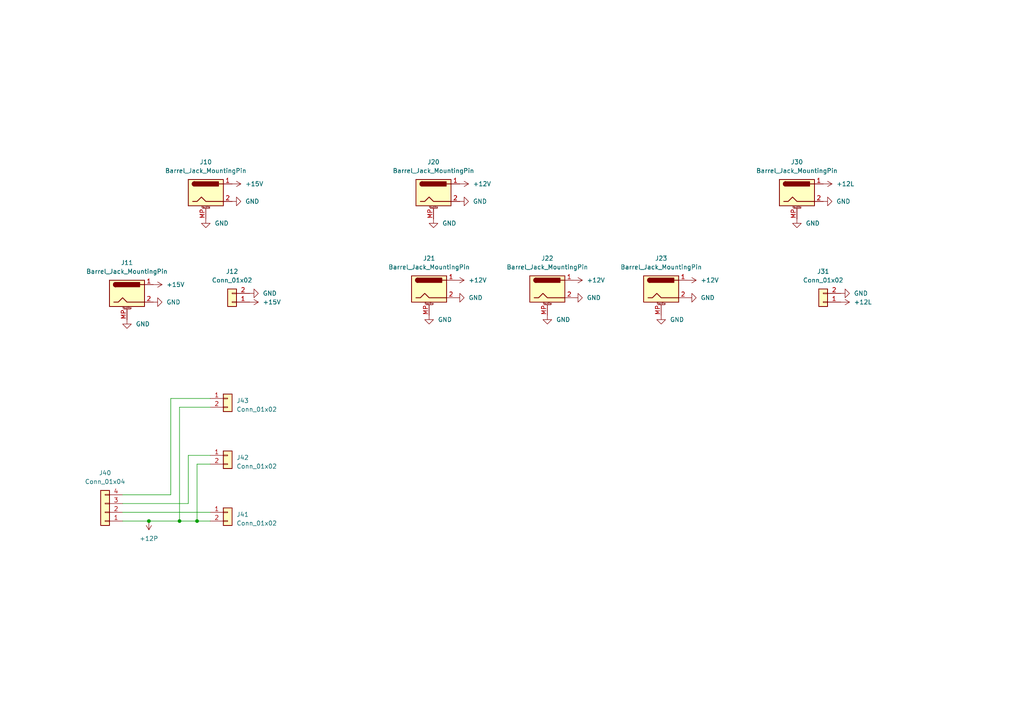
<source format=kicad_sch>
(kicad_sch (version 20230121) (generator eeschema)

  (uuid 9c028dee-44a3-42b9-a0d8-1c0124fcc7e3)

  (paper "A4")

  (lib_symbols
    (symbol "Connector:Barrel_Jack_MountingPin" (pin_names hide) (in_bom yes) (on_board yes)
      (property "Reference" "J" (at 0 5.334 0)
        (effects (font (size 1.27 1.27)))
      )
      (property "Value" "Barrel_Jack_MountingPin" (at 1.27 -6.35 0)
        (effects (font (size 1.27 1.27)) (justify left))
      )
      (property "Footprint" "" (at 1.27 -1.016 0)
        (effects (font (size 1.27 1.27)) hide)
      )
      (property "Datasheet" "~" (at 1.27 -1.016 0)
        (effects (font (size 1.27 1.27)) hide)
      )
      (property "ki_keywords" "DC power barrel jack connector" (at 0 0 0)
        (effects (font (size 1.27 1.27)) hide)
      )
      (property "ki_description" "DC Barrel Jack with a mounting pin" (at 0 0 0)
        (effects (font (size 1.27 1.27)) hide)
      )
      (property "ki_fp_filters" "BarrelJack*" (at 0 0 0)
        (effects (font (size 1.27 1.27)) hide)
      )
      (symbol "Barrel_Jack_MountingPin_0_1"
        (rectangle (start -5.08 3.81) (end 5.08 -3.81)
          (stroke (width 0.254) (type default))
          (fill (type background))
        )
        (arc (start -3.302 3.175) (mid -3.9343 2.54) (end -3.302 1.905)
          (stroke (width 0.254) (type default))
          (fill (type none))
        )
        (arc (start -3.302 3.175) (mid -3.9343 2.54) (end -3.302 1.905)
          (stroke (width 0.254) (type default))
          (fill (type outline))
        )
        (polyline
          (pts
            (xy 5.08 2.54)
            (xy 3.81 2.54)
          )
          (stroke (width 0.254) (type default))
          (fill (type none))
        )
        (polyline
          (pts
            (xy -3.81 -2.54)
            (xy -2.54 -2.54)
            (xy -1.27 -1.27)
            (xy 0 -2.54)
            (xy 2.54 -2.54)
            (xy 5.08 -2.54)
          )
          (stroke (width 0.254) (type default))
          (fill (type none))
        )
        (rectangle (start 3.683 3.175) (end -3.302 1.905)
          (stroke (width 0.254) (type default))
          (fill (type outline))
        )
      )
      (symbol "Barrel_Jack_MountingPin_1_1"
        (polyline
          (pts
            (xy -1.016 -4.572)
            (xy 1.016 -4.572)
          )
          (stroke (width 0.1524) (type default))
          (fill (type none))
        )
        (text "Mounting" (at 0 -4.191 0)
          (effects (font (size 0.381 0.381)))
        )
        (pin passive line (at 7.62 2.54 180) (length 2.54)
          (name "~" (effects (font (size 1.27 1.27))))
          (number "1" (effects (font (size 1.27 1.27))))
        )
        (pin passive line (at 7.62 -2.54 180) (length 2.54)
          (name "~" (effects (font (size 1.27 1.27))))
          (number "2" (effects (font (size 1.27 1.27))))
        )
        (pin passive line (at 0 -7.62 90) (length 3.048)
          (name "MountPin" (effects (font (size 1.27 1.27))))
          (number "MP" (effects (font (size 1.27 1.27))))
        )
      )
    )
    (symbol "Connector_Generic:Conn_01x02" (pin_names (offset 1.016) hide) (in_bom yes) (on_board yes)
      (property "Reference" "J" (at 0 2.54 0)
        (effects (font (size 1.27 1.27)))
      )
      (property "Value" "Conn_01x02" (at 0 -5.08 0)
        (effects (font (size 1.27 1.27)))
      )
      (property "Footprint" "" (at 0 0 0)
        (effects (font (size 1.27 1.27)) hide)
      )
      (property "Datasheet" "~" (at 0 0 0)
        (effects (font (size 1.27 1.27)) hide)
      )
      (property "ki_keywords" "connector" (at 0 0 0)
        (effects (font (size 1.27 1.27)) hide)
      )
      (property "ki_description" "Generic connector, single row, 01x02, script generated (kicad-library-utils/schlib/autogen/connector/)" (at 0 0 0)
        (effects (font (size 1.27 1.27)) hide)
      )
      (property "ki_fp_filters" "Connector*:*_1x??_*" (at 0 0 0)
        (effects (font (size 1.27 1.27)) hide)
      )
      (symbol "Conn_01x02_1_1"
        (rectangle (start -1.27 -2.413) (end 0 -2.667)
          (stroke (width 0.1524) (type default))
          (fill (type none))
        )
        (rectangle (start -1.27 0.127) (end 0 -0.127)
          (stroke (width 0.1524) (type default))
          (fill (type none))
        )
        (rectangle (start -1.27 1.27) (end 1.27 -3.81)
          (stroke (width 0.254) (type default))
          (fill (type background))
        )
        (pin passive line (at -5.08 0 0) (length 3.81)
          (name "Pin_1" (effects (font (size 1.27 1.27))))
          (number "1" (effects (font (size 1.27 1.27))))
        )
        (pin passive line (at -5.08 -2.54 0) (length 3.81)
          (name "Pin_2" (effects (font (size 1.27 1.27))))
          (number "2" (effects (font (size 1.27 1.27))))
        )
      )
    )
    (symbol "Connector_Generic:Conn_01x04" (pin_names (offset 1.016) hide) (in_bom yes) (on_board yes)
      (property "Reference" "J" (at 0 5.08 0)
        (effects (font (size 1.27 1.27)))
      )
      (property "Value" "Conn_01x04" (at 0 -7.62 0)
        (effects (font (size 1.27 1.27)))
      )
      (property "Footprint" "" (at 0 0 0)
        (effects (font (size 1.27 1.27)) hide)
      )
      (property "Datasheet" "~" (at 0 0 0)
        (effects (font (size 1.27 1.27)) hide)
      )
      (property "ki_keywords" "connector" (at 0 0 0)
        (effects (font (size 1.27 1.27)) hide)
      )
      (property "ki_description" "Generic connector, single row, 01x04, script generated (kicad-library-utils/schlib/autogen/connector/)" (at 0 0 0)
        (effects (font (size 1.27 1.27)) hide)
      )
      (property "ki_fp_filters" "Connector*:*_1x??_*" (at 0 0 0)
        (effects (font (size 1.27 1.27)) hide)
      )
      (symbol "Conn_01x04_1_1"
        (rectangle (start -1.27 -4.953) (end 0 -5.207)
          (stroke (width 0.1524) (type default))
          (fill (type none))
        )
        (rectangle (start -1.27 -2.413) (end 0 -2.667)
          (stroke (width 0.1524) (type default))
          (fill (type none))
        )
        (rectangle (start -1.27 0.127) (end 0 -0.127)
          (stroke (width 0.1524) (type default))
          (fill (type none))
        )
        (rectangle (start -1.27 2.667) (end 0 2.413)
          (stroke (width 0.1524) (type default))
          (fill (type none))
        )
        (rectangle (start -1.27 3.81) (end 1.27 -6.35)
          (stroke (width 0.254) (type default))
          (fill (type background))
        )
        (pin passive line (at -5.08 2.54 0) (length 3.81)
          (name "Pin_1" (effects (font (size 1.27 1.27))))
          (number "1" (effects (font (size 1.27 1.27))))
        )
        (pin passive line (at -5.08 0 0) (length 3.81)
          (name "Pin_2" (effects (font (size 1.27 1.27))))
          (number "2" (effects (font (size 1.27 1.27))))
        )
        (pin passive line (at -5.08 -2.54 0) (length 3.81)
          (name "Pin_3" (effects (font (size 1.27 1.27))))
          (number "3" (effects (font (size 1.27 1.27))))
        )
        (pin passive line (at -5.08 -5.08 0) (length 3.81)
          (name "Pin_4" (effects (font (size 1.27 1.27))))
          (number "4" (effects (font (size 1.27 1.27))))
        )
      )
    )
    (symbol "power:+12L" (power) (pin_names (offset 0)) (in_bom yes) (on_board yes)
      (property "Reference" "#PWR" (at 0 -3.81 0)
        (effects (font (size 1.27 1.27)) hide)
      )
      (property "Value" "+12L" (at 0 3.556 0)
        (effects (font (size 1.27 1.27)))
      )
      (property "Footprint" "" (at 0 0 0)
        (effects (font (size 1.27 1.27)) hide)
      )
      (property "Datasheet" "" (at 0 0 0)
        (effects (font (size 1.27 1.27)) hide)
      )
      (property "ki_keywords" "global power" (at 0 0 0)
        (effects (font (size 1.27 1.27)) hide)
      )
      (property "ki_description" "Power symbol creates a global label with name \"+12L\"" (at 0 0 0)
        (effects (font (size 1.27 1.27)) hide)
      )
      (symbol "+12L_0_1"
        (polyline
          (pts
            (xy -0.762 1.27)
            (xy 0 2.54)
          )
          (stroke (width 0) (type default))
          (fill (type none))
        )
        (polyline
          (pts
            (xy 0 0)
            (xy 0 2.54)
          )
          (stroke (width 0) (type default))
          (fill (type none))
        )
        (polyline
          (pts
            (xy 0 2.54)
            (xy 0.762 1.27)
          )
          (stroke (width 0) (type default))
          (fill (type none))
        )
      )
      (symbol "+12L_1_1"
        (pin power_in line (at 0 0 90) (length 0) hide
          (name "+12L" (effects (font (size 1.27 1.27))))
          (number "1" (effects (font (size 1.27 1.27))))
        )
      )
    )
    (symbol "power:+12P" (power) (pin_names (offset 0)) (in_bom yes) (on_board yes)
      (property "Reference" "#PWR" (at 0 -3.81 0)
        (effects (font (size 1.27 1.27)) hide)
      )
      (property "Value" "+12P" (at 0 3.556 0)
        (effects (font (size 1.27 1.27)))
      )
      (property "Footprint" "" (at 0 0 0)
        (effects (font (size 1.27 1.27)) hide)
      )
      (property "Datasheet" "" (at 0 0 0)
        (effects (font (size 1.27 1.27)) hide)
      )
      (property "ki_keywords" "global power" (at 0 0 0)
        (effects (font (size 1.27 1.27)) hide)
      )
      (property "ki_description" "Power symbol creates a global label with name \"+12P\"" (at 0 0 0)
        (effects (font (size 1.27 1.27)) hide)
      )
      (symbol "+12P_0_1"
        (polyline
          (pts
            (xy -0.762 1.27)
            (xy 0 2.54)
          )
          (stroke (width 0) (type default))
          (fill (type none))
        )
        (polyline
          (pts
            (xy 0 0)
            (xy 0 2.54)
          )
          (stroke (width 0) (type default))
          (fill (type none))
        )
        (polyline
          (pts
            (xy 0 2.54)
            (xy 0.762 1.27)
          )
          (stroke (width 0) (type default))
          (fill (type none))
        )
      )
      (symbol "+12P_1_1"
        (pin power_in line (at 0 0 90) (length 0) hide
          (name "+12P" (effects (font (size 1.27 1.27))))
          (number "1" (effects (font (size 1.27 1.27))))
        )
      )
    )
    (symbol "power:+12V" (power) (pin_names (offset 0)) (in_bom yes) (on_board yes)
      (property "Reference" "#PWR" (at 0 -3.81 0)
        (effects (font (size 1.27 1.27)) hide)
      )
      (property "Value" "+12V" (at 0 3.556 0)
        (effects (font (size 1.27 1.27)))
      )
      (property "Footprint" "" (at 0 0 0)
        (effects (font (size 1.27 1.27)) hide)
      )
      (property "Datasheet" "" (at 0 0 0)
        (effects (font (size 1.27 1.27)) hide)
      )
      (property "ki_keywords" "global power" (at 0 0 0)
        (effects (font (size 1.27 1.27)) hide)
      )
      (property "ki_description" "Power symbol creates a global label with name \"+12V\"" (at 0 0 0)
        (effects (font (size 1.27 1.27)) hide)
      )
      (symbol "+12V_0_1"
        (polyline
          (pts
            (xy -0.762 1.27)
            (xy 0 2.54)
          )
          (stroke (width 0) (type default))
          (fill (type none))
        )
        (polyline
          (pts
            (xy 0 0)
            (xy 0 2.54)
          )
          (stroke (width 0) (type default))
          (fill (type none))
        )
        (polyline
          (pts
            (xy 0 2.54)
            (xy 0.762 1.27)
          )
          (stroke (width 0) (type default))
          (fill (type none))
        )
      )
      (symbol "+12V_1_1"
        (pin power_in line (at 0 0 90) (length 0) hide
          (name "+12V" (effects (font (size 1.27 1.27))))
          (number "1" (effects (font (size 1.27 1.27))))
        )
      )
    )
    (symbol "power:+15V" (power) (pin_names (offset 0)) (in_bom yes) (on_board yes)
      (property "Reference" "#PWR" (at 0 -3.81 0)
        (effects (font (size 1.27 1.27)) hide)
      )
      (property "Value" "+15V" (at 0 3.556 0)
        (effects (font (size 1.27 1.27)))
      )
      (property "Footprint" "" (at 0 0 0)
        (effects (font (size 1.27 1.27)) hide)
      )
      (property "Datasheet" "" (at 0 0 0)
        (effects (font (size 1.27 1.27)) hide)
      )
      (property "ki_keywords" "global power" (at 0 0 0)
        (effects (font (size 1.27 1.27)) hide)
      )
      (property "ki_description" "Power symbol creates a global label with name \"+15V\"" (at 0 0 0)
        (effects (font (size 1.27 1.27)) hide)
      )
      (symbol "+15V_0_1"
        (polyline
          (pts
            (xy -0.762 1.27)
            (xy 0 2.54)
          )
          (stroke (width 0) (type default))
          (fill (type none))
        )
        (polyline
          (pts
            (xy 0 0)
            (xy 0 2.54)
          )
          (stroke (width 0) (type default))
          (fill (type none))
        )
        (polyline
          (pts
            (xy 0 2.54)
            (xy 0.762 1.27)
          )
          (stroke (width 0) (type default))
          (fill (type none))
        )
      )
      (symbol "+15V_1_1"
        (pin power_in line (at 0 0 90) (length 0) hide
          (name "+15V" (effects (font (size 1.27 1.27))))
          (number "1" (effects (font (size 1.27 1.27))))
        )
      )
    )
    (symbol "power:GND" (power) (pin_names (offset 0)) (in_bom yes) (on_board yes)
      (property "Reference" "#PWR" (at 0 -6.35 0)
        (effects (font (size 1.27 1.27)) hide)
      )
      (property "Value" "GND" (at 0 -3.81 0)
        (effects (font (size 1.27 1.27)))
      )
      (property "Footprint" "" (at 0 0 0)
        (effects (font (size 1.27 1.27)) hide)
      )
      (property "Datasheet" "" (at 0 0 0)
        (effects (font (size 1.27 1.27)) hide)
      )
      (property "ki_keywords" "global power" (at 0 0 0)
        (effects (font (size 1.27 1.27)) hide)
      )
      (property "ki_description" "Power symbol creates a global label with name \"GND\" , ground" (at 0 0 0)
        (effects (font (size 1.27 1.27)) hide)
      )
      (symbol "GND_0_1"
        (polyline
          (pts
            (xy 0 0)
            (xy 0 -1.27)
            (xy 1.27 -1.27)
            (xy 0 -2.54)
            (xy -1.27 -1.27)
            (xy 0 -1.27)
          )
          (stroke (width 0) (type default))
          (fill (type none))
        )
      )
      (symbol "GND_1_1"
        (pin power_in line (at 0 0 270) (length 0) hide
          (name "GND" (effects (font (size 1.27 1.27))))
          (number "1" (effects (font (size 1.27 1.27))))
        )
      )
    )
  )

  (junction (at 57.15 151.13) (diameter 0) (color 0 0 0 0)
    (uuid 1d5c3aaa-eab2-4c93-a4a9-f711d2b4585a)
  )
  (junction (at 52.07 151.13) (diameter 0) (color 0 0 0 0)
    (uuid 62c168a4-3d76-4f0e-a204-9c69a3e6c59b)
  )
  (junction (at 43.18 151.13) (diameter 0) (color 0 0 0 0)
    (uuid cd57be91-676e-456f-91e2-f4325be8e573)
  )

  (wire (pts (xy 35.56 148.59) (xy 60.96 148.59))
    (stroke (width 0) (type default))
    (uuid 01b8ae52-0d5d-4357-97cc-71dde5e3f924)
  )
  (wire (pts (xy 49.53 115.57) (xy 60.96 115.57))
    (stroke (width 0) (type default))
    (uuid 09a1686f-7670-4d16-99f9-e5ef8f4dc9df)
  )
  (wire (pts (xy 35.56 146.05) (xy 54.61 146.05))
    (stroke (width 0) (type default))
    (uuid 250420a4-0725-40df-a557-2bf00eced3af)
  )
  (wire (pts (xy 35.56 151.13) (xy 43.18 151.13))
    (stroke (width 0) (type default))
    (uuid 361cddd8-799d-4edc-894e-399b0f39593b)
  )
  (wire (pts (xy 52.07 118.11) (xy 52.07 151.13))
    (stroke (width 0) (type default))
    (uuid 61480901-f52b-48c4-90f0-c367c35f7ffe)
  )
  (wire (pts (xy 54.61 132.08) (xy 60.96 132.08))
    (stroke (width 0) (type default))
    (uuid 660fb1a5-d9b5-4f84-b7cc-696eef46f01a)
  )
  (wire (pts (xy 57.15 134.62) (xy 57.15 151.13))
    (stroke (width 0) (type default))
    (uuid 6de9abb2-9df3-4fa2-b4f6-85d48597f22b)
  )
  (wire (pts (xy 60.96 118.11) (xy 52.07 118.11))
    (stroke (width 0) (type default))
    (uuid 8a30c79b-7c6e-457a-8362-ebf42e395366)
  )
  (wire (pts (xy 54.61 146.05) (xy 54.61 132.08))
    (stroke (width 0) (type default))
    (uuid 8ea432a8-bed9-43b3-b09c-19b82a302bd7)
  )
  (wire (pts (xy 60.96 134.62) (xy 57.15 134.62))
    (stroke (width 0) (type default))
    (uuid a4ce5a23-30d4-47e8-bd1f-84e84b7b1208)
  )
  (wire (pts (xy 35.56 143.51) (xy 49.53 143.51))
    (stroke (width 0) (type default))
    (uuid ba74858d-d293-4bb6-9216-b4e844c63efd)
  )
  (wire (pts (xy 52.07 151.13) (xy 57.15 151.13))
    (stroke (width 0) (type default))
    (uuid c245a2fa-65f3-4059-bf7b-cf473f17b20f)
  )
  (wire (pts (xy 49.53 143.51) (xy 49.53 115.57))
    (stroke (width 0) (type default))
    (uuid c4a446be-4b50-4807-9d2c-a82a703ddbcc)
  )
  (wire (pts (xy 57.15 151.13) (xy 60.96 151.13))
    (stroke (width 0) (type default))
    (uuid f05d1aa7-6460-46e6-8cdc-7498b674df9b)
  )
  (wire (pts (xy 43.18 151.13) (xy 52.07 151.13))
    (stroke (width 0) (type default))
    (uuid f6739ce0-fd09-41fd-aacd-cdd532106493)
  )

  (symbol (lib_id "power:+12P") (at 43.18 151.13 180) (unit 1)
    (in_bom yes) (on_board yes) (dnp no) (fields_autoplaced)
    (uuid 184e502b-b6d7-4597-89d5-f079ca457ca3)
    (property "Reference" "#PWR?" (at 43.18 147.32 0)
      (effects (font (size 1.27 1.27)) hide)
    )
    (property "Value" "+12P" (at 43.18 156.21 0)
      (effects (font (size 1.27 1.27)))
    )
    (property "Footprint" "" (at 43.18 151.13 0)
      (effects (font (size 1.27 1.27)) hide)
    )
    (property "Datasheet" "" (at 43.18 151.13 0)
      (effects (font (size 1.27 1.27)) hide)
    )
    (pin "1" (uuid 6a94350a-33b6-4348-8d5f-4a6908ccc547))
    (instances
      (project "Astro-power"
        (path "/9c028dee-44a3-42b9-a0d8-1c0124fcc7e3"
          (reference "#PWR?") (unit 1)
        )
      )
    )
  )

  (symbol (lib_id "Connector_Generic:Conn_01x02") (at 66.04 148.59 0) (unit 1)
    (in_bom yes) (on_board yes) (dnp no) (fields_autoplaced)
    (uuid 28a07dc3-3b58-4327-bb78-98ea805aad6e)
    (property "Reference" "J41" (at 68.58 149.225 0)
      (effects (font (size 1.27 1.27)) (justify left))
    )
    (property "Value" "Conn_01x02" (at 68.58 151.765 0)
      (effects (font (size 1.27 1.27)) (justify left))
    )
    (property "Footprint" "TeenAstro:Cinch_Vertical" (at 66.04 148.59 0)
      (effects (font (size 1.27 1.27)) hide)
    )
    (property "Datasheet" "~" (at 66.04 148.59 0)
      (effects (font (size 1.27 1.27)) hide)
    )
    (pin "1" (uuid 3cf7890d-07de-4f10-b9fa-da53048d93d5))
    (pin "2" (uuid 39b262e4-e8de-4b75-9098-cd046835c654))
    (instances
      (project "Astro-power"
        (path "/9c028dee-44a3-42b9-a0d8-1c0124fcc7e3"
          (reference "J41") (unit 1)
        )
      )
    )
  )

  (symbol (lib_id "power:+12V") (at 199.39 81.28 270) (unit 1)
    (in_bom yes) (on_board yes) (dnp no) (fields_autoplaced)
    (uuid 2f107817-3e2f-4734-b6cf-233220dac848)
    (property "Reference" "#PWR0120" (at 195.58 81.28 0)
      (effects (font (size 1.27 1.27)) hide)
    )
    (property "Value" "+12V" (at 203.2 81.2799 90)
      (effects (font (size 1.27 1.27)) (justify left))
    )
    (property "Footprint" "" (at 199.39 81.28 0)
      (effects (font (size 1.27 1.27)) hide)
    )
    (property "Datasheet" "" (at 199.39 81.28 0)
      (effects (font (size 1.27 1.27)) hide)
    )
    (pin "1" (uuid 5efd334c-60b1-4cd8-9c55-b4a23a33b82c))
    (instances
      (project "Astro-power"
        (path "/9c028dee-44a3-42b9-a0d8-1c0124fcc7e3"
          (reference "#PWR0120") (unit 1)
        )
      )
    )
  )

  (symbol (lib_id "Connector:Barrel_Jack_MountingPin") (at 59.69 55.88 0) (unit 1)
    (in_bom yes) (on_board yes) (dnp no) (fields_autoplaced)
    (uuid 30876e53-1d25-49aa-afd2-b982efa0a8c3)
    (property "Reference" "J10" (at 59.69 46.99 0)
      (effects (font (size 1.27 1.27)))
    )
    (property "Value" "Barrel_Jack_MountingPin" (at 59.69 49.53 0)
      (effects (font (size 1.27 1.27)))
    )
    (property "Footprint" "TeenAstro:BarrelJack_Vertical" (at 60.96 56.896 0)
      (effects (font (size 1.27 1.27)) hide)
    )
    (property "Datasheet" "~" (at 60.96 56.896 0)
      (effects (font (size 1.27 1.27)) hide)
    )
    (pin "1" (uuid 05e83972-f0e6-47f4-9867-2d191e36f552))
    (pin "2" (uuid 16417750-0175-4e8c-82c1-0380edfffab9))
    (pin "MP" (uuid b1add31d-6e3f-47ce-99c5-e370296c05db))
    (instances
      (project "Astro-power"
        (path "/9c028dee-44a3-42b9-a0d8-1c0124fcc7e3"
          (reference "J10") (unit 1)
        )
      )
    )
  )

  (symbol (lib_id "power:GND") (at 231.14 63.5 0) (unit 1)
    (in_bom yes) (on_board yes) (dnp no) (fields_autoplaced)
    (uuid 3087bc94-b267-4da5-b8aa-6777ce65632c)
    (property "Reference" "#PWR0123" (at 231.14 69.85 0)
      (effects (font (size 1.27 1.27)) hide)
    )
    (property "Value" "GND" (at 233.68 64.7699 0)
      (effects (font (size 1.27 1.27)) (justify left))
    )
    (property "Footprint" "" (at 231.14 63.5 0)
      (effects (font (size 1.27 1.27)) hide)
    )
    (property "Datasheet" "" (at 231.14 63.5 0)
      (effects (font (size 1.27 1.27)) hide)
    )
    (pin "1" (uuid 74d33fc0-704e-4f0b-a54f-c4fe12a73f5d))
    (instances
      (project "Astro-power"
        (path "/9c028dee-44a3-42b9-a0d8-1c0124fcc7e3"
          (reference "#PWR0123") (unit 1)
        )
      )
    )
  )

  (symbol (lib_id "power:+12L") (at 238.76 53.34 270) (unit 1)
    (in_bom yes) (on_board yes) (dnp no) (fields_autoplaced)
    (uuid 31488bdd-21ed-4ff9-9b42-4f1771350e48)
    (property "Reference" "#PWR0124" (at 234.95 53.34 0)
      (effects (font (size 1.27 1.27)) hide)
    )
    (property "Value" "+12L" (at 242.57 53.3399 90)
      (effects (font (size 1.27 1.27)) (justify left))
    )
    (property "Footprint" "" (at 238.76 53.34 0)
      (effects (font (size 1.27 1.27)) hide)
    )
    (property "Datasheet" "" (at 238.76 53.34 0)
      (effects (font (size 1.27 1.27)) hide)
    )
    (pin "1" (uuid 82a64beb-9d89-4667-9646-bc1442930e53))
    (instances
      (project "Astro-power"
        (path "/9c028dee-44a3-42b9-a0d8-1c0124fcc7e3"
          (reference "#PWR0124") (unit 1)
        )
      )
    )
  )

  (symbol (lib_id "power:GND") (at 59.69 63.5 0) (unit 1)
    (in_bom yes) (on_board yes) (dnp no) (fields_autoplaced)
    (uuid 317fc691-cc73-4729-8c97-87890940b7ff)
    (property "Reference" "#PWR0115" (at 59.69 69.85 0)
      (effects (font (size 1.27 1.27)) hide)
    )
    (property "Value" "GND" (at 62.23 64.7699 0)
      (effects (font (size 1.27 1.27)) (justify left))
    )
    (property "Footprint" "" (at 59.69 63.5 0)
      (effects (font (size 1.27 1.27)) hide)
    )
    (property "Datasheet" "" (at 59.69 63.5 0)
      (effects (font (size 1.27 1.27)) hide)
    )
    (pin "1" (uuid 7b4c2c19-3016-4e7e-888f-e69e5ebe5e04))
    (instances
      (project "Astro-power"
        (path "/9c028dee-44a3-42b9-a0d8-1c0124fcc7e3"
          (reference "#PWR0115") (unit 1)
        )
      )
    )
  )

  (symbol (lib_id "Connector_Generic:Conn_01x02") (at 66.04 132.08 0) (unit 1)
    (in_bom yes) (on_board yes) (dnp no) (fields_autoplaced)
    (uuid 414ad38a-27af-4c92-b19e-d51c94aca323)
    (property "Reference" "J42" (at 68.58 132.715 0)
      (effects (font (size 1.27 1.27)) (justify left))
    )
    (property "Value" "Conn_01x02" (at 68.58 135.255 0)
      (effects (font (size 1.27 1.27)) (justify left))
    )
    (property "Footprint" "TeenAstro:Cinch_Vertical" (at 66.04 132.08 0)
      (effects (font (size 1.27 1.27)) hide)
    )
    (property "Datasheet" "~" (at 66.04 132.08 0)
      (effects (font (size 1.27 1.27)) hide)
    )
    (pin "1" (uuid bc2b1c5a-9221-4e2d-8025-4394d33020c1))
    (pin "2" (uuid d9afc1e9-22f2-4fbd-af36-0e03ab76147e))
    (instances
      (project "Astro-power"
        (path "/9c028dee-44a3-42b9-a0d8-1c0124fcc7e3"
          (reference "J42") (unit 1)
        )
      )
    )
  )

  (symbol (lib_id "power:GND") (at 243.84 85.09 90) (unit 1)
    (in_bom yes) (on_board yes) (dnp no) (fields_autoplaced)
    (uuid 4639a7d4-3944-4bba-b034-784ad584596e)
    (property "Reference" "#PWR0125" (at 250.19 85.09 0)
      (effects (font (size 1.27 1.27)) hide)
    )
    (property "Value" "GND" (at 247.65 85.0899 90)
      (effects (font (size 1.27 1.27)) (justify right))
    )
    (property "Footprint" "" (at 243.84 85.09 0)
      (effects (font (size 1.27 1.27)) hide)
    )
    (property "Datasheet" "" (at 243.84 85.09 0)
      (effects (font (size 1.27 1.27)) hide)
    )
    (pin "1" (uuid 5e0ed8ec-10e7-4008-a5d4-6ce00b9616b6))
    (instances
      (project "Astro-power"
        (path "/9c028dee-44a3-42b9-a0d8-1c0124fcc7e3"
          (reference "#PWR0125") (unit 1)
        )
      )
    )
  )

  (symbol (lib_id "power:GND") (at 166.37 86.36 90) (unit 1)
    (in_bom yes) (on_board yes) (dnp no) (fields_autoplaced)
    (uuid 46411b94-8607-4df1-9607-43c588537b9b)
    (property "Reference" "#PWR0110" (at 172.72 86.36 0)
      (effects (font (size 1.27 1.27)) hide)
    )
    (property "Value" "GND" (at 170.18 86.3599 90)
      (effects (font (size 1.27 1.27)) (justify right))
    )
    (property "Footprint" "" (at 166.37 86.36 0)
      (effects (font (size 1.27 1.27)) hide)
    )
    (property "Datasheet" "" (at 166.37 86.36 0)
      (effects (font (size 1.27 1.27)) hide)
    )
    (pin "1" (uuid 32f9fc0d-2f20-4085-a4a0-8ec3c66564ee))
    (instances
      (project "Astro-power"
        (path "/9c028dee-44a3-42b9-a0d8-1c0124fcc7e3"
          (reference "#PWR0110") (unit 1)
        )
      )
    )
  )

  (symbol (lib_id "power:+12V") (at 132.08 81.28 270) (unit 1)
    (in_bom yes) (on_board yes) (dnp no) (fields_autoplaced)
    (uuid 4ae0fece-dc1b-4281-a10f-787e5cdf5ca3)
    (property "Reference" "#PWR0108" (at 128.27 81.28 0)
      (effects (font (size 1.27 1.27)) hide)
    )
    (property "Value" "+12V" (at 135.89 81.2799 90)
      (effects (font (size 1.27 1.27)) (justify left))
    )
    (property "Footprint" "" (at 132.08 81.28 0)
      (effects (font (size 1.27 1.27)) hide)
    )
    (property "Datasheet" "" (at 132.08 81.28 0)
      (effects (font (size 1.27 1.27)) hide)
    )
    (pin "1" (uuid 800d00ae-f4a8-435c-a9cc-ef29f3851f22))
    (instances
      (project "Astro-power"
        (path "/9c028dee-44a3-42b9-a0d8-1c0124fcc7e3"
          (reference "#PWR0108") (unit 1)
        )
      )
    )
  )

  (symbol (lib_id "Connector:Barrel_Jack_MountingPin") (at 124.46 83.82 0) (unit 1)
    (in_bom yes) (on_board yes) (dnp no) (fields_autoplaced)
    (uuid 4e4cebcf-76bb-4f7c-a3f8-a2d014a5a565)
    (property "Reference" "J21" (at 124.46 74.93 0)
      (effects (font (size 1.27 1.27)))
    )
    (property "Value" "Barrel_Jack_MountingPin" (at 124.46 77.47 0)
      (effects (font (size 1.27 1.27)))
    )
    (property "Footprint" "TeenAstro:BarrelJack_Vertical" (at 125.73 84.836 0)
      (effects (font (size 1.27 1.27)) hide)
    )
    (property "Datasheet" "~" (at 125.73 84.836 0)
      (effects (font (size 1.27 1.27)) hide)
    )
    (pin "1" (uuid 124148fe-bc8b-4afa-a129-67e419eea696))
    (pin "2" (uuid b84541c8-b94c-4cdb-832e-d1d7d1a4179d))
    (pin "MP" (uuid f6ef7d2f-446b-4a33-a3f6-f02b90fbaf77))
    (instances
      (project "Astro-power"
        (path "/9c028dee-44a3-42b9-a0d8-1c0124fcc7e3"
          (reference "J21") (unit 1)
        )
      )
    )
  )

  (symbol (lib_id "Connector:Barrel_Jack_MountingPin") (at 158.75 83.82 0) (unit 1)
    (in_bom yes) (on_board yes) (dnp no) (fields_autoplaced)
    (uuid 4f9a9828-e8c9-48d5-9104-995dfc8ea399)
    (property "Reference" "J22" (at 158.75 74.93 0)
      (effects (font (size 1.27 1.27)))
    )
    (property "Value" "Barrel_Jack_MountingPin" (at 158.75 77.47 0)
      (effects (font (size 1.27 1.27)))
    )
    (property "Footprint" "TeenAstro:BarrelJack_Vertical" (at 160.02 84.836 0)
      (effects (font (size 1.27 1.27)) hide)
    )
    (property "Datasheet" "~" (at 160.02 84.836 0)
      (effects (font (size 1.27 1.27)) hide)
    )
    (pin "1" (uuid a6cb2516-3fac-4447-a22e-65a3381127a2))
    (pin "2" (uuid 0d05af5d-4e3e-4b9c-9c6b-3f01bbd5baf3))
    (pin "MP" (uuid e269611c-b62a-446b-b58e-e09f9b551c68))
    (instances
      (project "Astro-power"
        (path "/9c028dee-44a3-42b9-a0d8-1c0124fcc7e3"
          (reference "J22") (unit 1)
        )
      )
    )
  )

  (symbol (lib_id "power:+12V") (at 166.37 81.28 270) (unit 1)
    (in_bom yes) (on_board yes) (dnp no) (fields_autoplaced)
    (uuid 52b5ec97-f3f9-447c-83a3-c7a45cbf0873)
    (property "Reference" "#PWR0117" (at 162.56 81.28 0)
      (effects (font (size 1.27 1.27)) hide)
    )
    (property "Value" "+12V" (at 170.18 81.2799 90)
      (effects (font (size 1.27 1.27)) (justify left))
    )
    (property "Footprint" "" (at 166.37 81.28 0)
      (effects (font (size 1.27 1.27)) hide)
    )
    (property "Datasheet" "" (at 166.37 81.28 0)
      (effects (font (size 1.27 1.27)) hide)
    )
    (pin "1" (uuid 7023e215-428e-4d49-9900-d9851bf52f4e))
    (instances
      (project "Astro-power"
        (path "/9c028dee-44a3-42b9-a0d8-1c0124fcc7e3"
          (reference "#PWR0117") (unit 1)
        )
      )
    )
  )

  (symbol (lib_id "power:GND") (at 72.39 85.09 90) (unit 1)
    (in_bom yes) (on_board yes) (dnp no) (fields_autoplaced)
    (uuid 5c8f243d-10be-4380-b8b3-86737a2c7926)
    (property "Reference" "#PWR0112" (at 78.74 85.09 0)
      (effects (font (size 1.27 1.27)) hide)
    )
    (property "Value" "GND" (at 76.2 85.0899 90)
      (effects (font (size 1.27 1.27)) (justify right))
    )
    (property "Footprint" "" (at 72.39 85.09 0)
      (effects (font (size 1.27 1.27)) hide)
    )
    (property "Datasheet" "" (at 72.39 85.09 0)
      (effects (font (size 1.27 1.27)) hide)
    )
    (pin "1" (uuid 821db664-d09f-4999-b9a9-ef596624fa65))
    (instances
      (project "Astro-power"
        (path "/9c028dee-44a3-42b9-a0d8-1c0124fcc7e3"
          (reference "#PWR0112") (unit 1)
        )
      )
    )
  )

  (symbol (lib_id "Connector:Barrel_Jack_MountingPin") (at 36.83 85.09 0) (unit 1)
    (in_bom yes) (on_board yes) (dnp no) (fields_autoplaced)
    (uuid 6013ad0f-0bff-48a6-94ce-75f8b1294f24)
    (property "Reference" "J11" (at 36.83 76.2 0)
      (effects (font (size 1.27 1.27)))
    )
    (property "Value" "Barrel_Jack_MountingPin" (at 36.83 78.74 0)
      (effects (font (size 1.27 1.27)))
    )
    (property "Footprint" "TeenAstro:BarrelJack_Vertical" (at 38.1 86.106 0)
      (effects (font (size 1.27 1.27)) hide)
    )
    (property "Datasheet" "~" (at 38.1 86.106 0)
      (effects (font (size 1.27 1.27)) hide)
    )
    (pin "1" (uuid 837a3e1b-affb-45f9-b8a9-23e69a6169a4))
    (pin "2" (uuid 7f5a3812-67f4-4741-bde8-6cfb89cc0e0f))
    (pin "MP" (uuid 6d5e34f1-3934-4146-8cd7-889965ebe22e))
    (instances
      (project "Astro-power"
        (path "/9c028dee-44a3-42b9-a0d8-1c0124fcc7e3"
          (reference "J11") (unit 1)
        )
      )
    )
  )

  (symbol (lib_id "power:GND") (at 199.39 86.36 90) (unit 1)
    (in_bom yes) (on_board yes) (dnp no) (fields_autoplaced)
    (uuid 6a7cc950-dd9a-4ab4-bcc7-e85434ec6586)
    (property "Reference" "#PWR0118" (at 205.74 86.36 0)
      (effects (font (size 1.27 1.27)) hide)
    )
    (property "Value" "GND" (at 203.2 86.3599 90)
      (effects (font (size 1.27 1.27)) (justify right))
    )
    (property "Footprint" "" (at 199.39 86.36 0)
      (effects (font (size 1.27 1.27)) hide)
    )
    (property "Datasheet" "" (at 199.39 86.36 0)
      (effects (font (size 1.27 1.27)) hide)
    )
    (pin "1" (uuid e647efbc-d645-4612-8cfb-a500e88fce55))
    (instances
      (project "Astro-power"
        (path "/9c028dee-44a3-42b9-a0d8-1c0124fcc7e3"
          (reference "#PWR0118") (unit 1)
        )
      )
    )
  )

  (symbol (lib_id "power:GND") (at 158.75 91.44 0) (unit 1)
    (in_bom yes) (on_board yes) (dnp no) (fields_autoplaced)
    (uuid 70a20462-f713-4b3f-a23d-59375a21b1f7)
    (property "Reference" "#PWR0111" (at 158.75 97.79 0)
      (effects (font (size 1.27 1.27)) hide)
    )
    (property "Value" "GND" (at 161.29 92.7099 0)
      (effects (font (size 1.27 1.27)) (justify left))
    )
    (property "Footprint" "" (at 158.75 91.44 0)
      (effects (font (size 1.27 1.27)) hide)
    )
    (property "Datasheet" "" (at 158.75 91.44 0)
      (effects (font (size 1.27 1.27)) hide)
    )
    (pin "1" (uuid 3af02b5a-34ac-4fa6-a584-593c025754af))
    (instances
      (project "Astro-power"
        (path "/9c028dee-44a3-42b9-a0d8-1c0124fcc7e3"
          (reference "#PWR0111") (unit 1)
        )
      )
    )
  )

  (symbol (lib_id "power:GND") (at 238.76 58.42 90) (unit 1)
    (in_bom yes) (on_board yes) (dnp no) (fields_autoplaced)
    (uuid 70b774e0-f5da-4969-9088-53e20e8fa53f)
    (property "Reference" "#PWR0121" (at 245.11 58.42 0)
      (effects (font (size 1.27 1.27)) hide)
    )
    (property "Value" "GND" (at 242.57 58.4199 90)
      (effects (font (size 1.27 1.27)) (justify right))
    )
    (property "Footprint" "" (at 238.76 58.42 0)
      (effects (font (size 1.27 1.27)) hide)
    )
    (property "Datasheet" "" (at 238.76 58.42 0)
      (effects (font (size 1.27 1.27)) hide)
    )
    (pin "1" (uuid d1b1a3d2-b68e-41d0-ab8f-3764ed97d5a5))
    (instances
      (project "Astro-power"
        (path "/9c028dee-44a3-42b9-a0d8-1c0124fcc7e3"
          (reference "#PWR0121") (unit 1)
        )
      )
    )
  )

  (symbol (lib_id "power:GND") (at 133.35 58.42 90) (unit 1)
    (in_bom yes) (on_board yes) (dnp no) (fields_autoplaced)
    (uuid 7ba580bf-398c-4127-806a-99f67909039d)
    (property "Reference" "#PWR0106" (at 139.7 58.42 0)
      (effects (font (size 1.27 1.27)) hide)
    )
    (property "Value" "GND" (at 137.16 58.4199 90)
      (effects (font (size 1.27 1.27)) (justify right))
    )
    (property "Footprint" "" (at 133.35 58.42 0)
      (effects (font (size 1.27 1.27)) hide)
    )
    (property "Datasheet" "" (at 133.35 58.42 0)
      (effects (font (size 1.27 1.27)) hide)
    )
    (pin "1" (uuid 12c480e0-0151-4872-b559-077f659774cc))
    (instances
      (project "Astro-power"
        (path "/9c028dee-44a3-42b9-a0d8-1c0124fcc7e3"
          (reference "#PWR0106") (unit 1)
        )
      )
    )
  )

  (symbol (lib_id "power:+15V") (at 72.39 87.63 270) (unit 1)
    (in_bom yes) (on_board yes) (dnp no) (fields_autoplaced)
    (uuid 8153c85e-d142-44c2-9c6c-8579cdadccbe)
    (property "Reference" "#PWR0113" (at 68.58 87.63 0)
      (effects (font (size 1.27 1.27)) hide)
    )
    (property "Value" "+15V" (at 76.2 87.6299 90)
      (effects (font (size 1.27 1.27)) (justify left))
    )
    (property "Footprint" "" (at 72.39 87.63 0)
      (effects (font (size 1.27 1.27)) hide)
    )
    (property "Datasheet" "" (at 72.39 87.63 0)
      (effects (font (size 1.27 1.27)) hide)
    )
    (pin "1" (uuid c5f226ff-85c8-462e-900d-5f9a0cc8b393))
    (instances
      (project "Astro-power"
        (path "/9c028dee-44a3-42b9-a0d8-1c0124fcc7e3"
          (reference "#PWR0113") (unit 1)
        )
      )
    )
  )

  (symbol (lib_id "Connector_Generic:Conn_01x02") (at 67.31 87.63 180) (unit 1)
    (in_bom yes) (on_board yes) (dnp no) (fields_autoplaced)
    (uuid 825135c2-efd3-4ed4-88dd-fbb60694cedc)
    (property "Reference" "J12" (at 67.31 78.74 0)
      (effects (font (size 1.27 1.27)))
    )
    (property "Value" "Conn_01x02" (at 67.31 81.28 0)
      (effects (font (size 1.27 1.27)))
    )
    (property "Footprint" "Connector_JST:JST_VH_B2P-VH_1x02_P3.96mm_Vertical" (at 67.31 87.63 0)
      (effects (font (size 1.27 1.27)) hide)
    )
    (property "Datasheet" "~" (at 67.31 87.63 0)
      (effects (font (size 1.27 1.27)) hide)
    )
    (pin "1" (uuid 333c74d5-54af-495f-8d65-ad321999ff9a))
    (pin "2" (uuid c35cf852-1156-4932-8c77-263f220de66c))
    (instances
      (project "Astro-power"
        (path "/9c028dee-44a3-42b9-a0d8-1c0124fcc7e3"
          (reference "J12") (unit 1)
        )
      )
    )
  )

  (symbol (lib_id "power:+12L") (at 243.84 87.63 270) (unit 1)
    (in_bom yes) (on_board yes) (dnp no) (fields_autoplaced)
    (uuid 86c048da-637b-4de9-b09c-538cae69aa09)
    (property "Reference" "#PWR0122" (at 240.03 87.63 0)
      (effects (font (size 1.27 1.27)) hide)
    )
    (property "Value" "+12L" (at 247.65 87.6299 90)
      (effects (font (size 1.27 1.27)) (justify left))
    )
    (property "Footprint" "" (at 243.84 87.63 0)
      (effects (font (size 1.27 1.27)) hide)
    )
    (property "Datasheet" "" (at 243.84 87.63 0)
      (effects (font (size 1.27 1.27)) hide)
    )
    (pin "1" (uuid 02e44164-f334-4a3a-b2ac-c614fde0763c))
    (instances
      (project "Astro-power"
        (path "/9c028dee-44a3-42b9-a0d8-1c0124fcc7e3"
          (reference "#PWR0122") (unit 1)
        )
      )
    )
  )

  (symbol (lib_id "power:GND") (at 67.31 58.42 90) (unit 1)
    (in_bom yes) (on_board yes) (dnp no) (fields_autoplaced)
    (uuid 9ab9be21-0105-43ae-b773-b96ea8b92ff7)
    (property "Reference" "#PWR0116" (at 73.66 58.42 0)
      (effects (font (size 1.27 1.27)) hide)
    )
    (property "Value" "GND" (at 71.12 58.4199 90)
      (effects (font (size 1.27 1.27)) (justify right))
    )
    (property "Footprint" "" (at 67.31 58.42 0)
      (effects (font (size 1.27 1.27)) hide)
    )
    (property "Datasheet" "" (at 67.31 58.42 0)
      (effects (font (size 1.27 1.27)) hide)
    )
    (pin "1" (uuid bf87fea0-60ce-42a6-a80e-a132e7945a01))
    (instances
      (project "Astro-power"
        (path "/9c028dee-44a3-42b9-a0d8-1c0124fcc7e3"
          (reference "#PWR0116") (unit 1)
        )
      )
    )
  )

  (symbol (lib_id "power:GND") (at 191.77 91.44 0) (unit 1)
    (in_bom yes) (on_board yes) (dnp no) (fields_autoplaced)
    (uuid 9aeb682d-88d8-4842-bbac-74280afcdc41)
    (property "Reference" "#PWR0119" (at 191.77 97.79 0)
      (effects (font (size 1.27 1.27)) hide)
    )
    (property "Value" "GND" (at 194.31 92.7099 0)
      (effects (font (size 1.27 1.27)) (justify left))
    )
    (property "Footprint" "" (at 191.77 91.44 0)
      (effects (font (size 1.27 1.27)) hide)
    )
    (property "Datasheet" "" (at 191.77 91.44 0)
      (effects (font (size 1.27 1.27)) hide)
    )
    (pin "1" (uuid 08b15c92-639a-4a2a-8961-8e600be09a84))
    (instances
      (project "Astro-power"
        (path "/9c028dee-44a3-42b9-a0d8-1c0124fcc7e3"
          (reference "#PWR0119") (unit 1)
        )
      )
    )
  )

  (symbol (lib_id "Connector:Barrel_Jack_MountingPin") (at 191.77 83.82 0) (unit 1)
    (in_bom yes) (on_board yes) (dnp no) (fields_autoplaced)
    (uuid 9f28c71e-5d42-4afc-9f3b-507e0c8b218b)
    (property "Reference" "J23" (at 191.77 74.93 0)
      (effects (font (size 1.27 1.27)))
    )
    (property "Value" "Barrel_Jack_MountingPin" (at 191.77 77.47 0)
      (effects (font (size 1.27 1.27)))
    )
    (property "Footprint" "TeenAstro:BarrelJack_Vertical" (at 193.04 84.836 0)
      (effects (font (size 1.27 1.27)) hide)
    )
    (property "Datasheet" "~" (at 193.04 84.836 0)
      (effects (font (size 1.27 1.27)) hide)
    )
    (pin "1" (uuid d998a179-8725-447e-97a0-e08dd03330dc))
    (pin "2" (uuid 3da91a7f-069f-473c-8bb9-ceef984301fb))
    (pin "MP" (uuid c6230bf6-6b72-4f36-b61c-d879bf3a2647))
    (instances
      (project "Astro-power"
        (path "/9c028dee-44a3-42b9-a0d8-1c0124fcc7e3"
          (reference "J23") (unit 1)
        )
      )
    )
  )

  (symbol (lib_id "Connector_Generic:Conn_01x02") (at 238.76 87.63 180) (unit 1)
    (in_bom yes) (on_board yes) (dnp no) (fields_autoplaced)
    (uuid a2c8516f-a3c5-4eae-b680-bec5cd309fff)
    (property "Reference" "J31" (at 238.76 78.74 0)
      (effects (font (size 1.27 1.27)))
    )
    (property "Value" "Conn_01x02" (at 238.76 81.28 0)
      (effects (font (size 1.27 1.27)))
    )
    (property "Footprint" "Connector_JST:JST_VH_B2P-VH_1x02_P3.96mm_Vertical" (at 238.76 87.63 0)
      (effects (font (size 1.27 1.27)) hide)
    )
    (property "Datasheet" "~" (at 238.76 87.63 0)
      (effects (font (size 1.27 1.27)) hide)
    )
    (pin "1" (uuid 78cb319f-6330-4bd8-aefb-2f77cdb36fe3))
    (pin "2" (uuid 2c7bc052-5bb1-4d06-892b-0755c8b1dd11))
    (instances
      (project "Astro-power"
        (path "/9c028dee-44a3-42b9-a0d8-1c0124fcc7e3"
          (reference "J31") (unit 1)
        )
      )
    )
  )

  (symbol (lib_id "Connector:Barrel_Jack_MountingPin") (at 125.73 55.88 0) (unit 1)
    (in_bom yes) (on_board yes) (dnp no) (fields_autoplaced)
    (uuid a67ad94c-6554-451d-a82f-c29236d0490b)
    (property "Reference" "J20" (at 125.73 46.99 0)
      (effects (font (size 1.27 1.27)))
    )
    (property "Value" "Barrel_Jack_MountingPin" (at 125.73 49.53 0)
      (effects (font (size 1.27 1.27)))
    )
    (property "Footprint" "TeenAstro:BarrelJack_Vertical" (at 127 56.896 0)
      (effects (font (size 1.27 1.27)) hide)
    )
    (property "Datasheet" "~" (at 127 56.896 0)
      (effects (font (size 1.27 1.27)) hide)
    )
    (pin "1" (uuid ecbed554-f495-425a-a7f0-b7dcefc92e3f))
    (pin "2" (uuid 4faac175-ad8e-4a0a-a83d-2f04bdeb2fb3))
    (pin "MP" (uuid 4e0673ed-fb6e-4849-b2bf-44bad96a6b11))
    (instances
      (project "Astro-power"
        (path "/9c028dee-44a3-42b9-a0d8-1c0124fcc7e3"
          (reference "J20") (unit 1)
        )
      )
    )
  )

  (symbol (lib_id "power:+12V") (at 133.35 53.34 270) (unit 1)
    (in_bom yes) (on_board yes) (dnp no) (fields_autoplaced)
    (uuid ba7f8b7b-6966-44ef-8c83-143c48695f06)
    (property "Reference" "#PWR0105" (at 129.54 53.34 0)
      (effects (font (size 1.27 1.27)) hide)
    )
    (property "Value" "+12V" (at 137.16 53.3399 90)
      (effects (font (size 1.27 1.27)) (justify left))
    )
    (property "Footprint" "" (at 133.35 53.34 0)
      (effects (font (size 1.27 1.27)) hide)
    )
    (property "Datasheet" "" (at 133.35 53.34 0)
      (effects (font (size 1.27 1.27)) hide)
    )
    (pin "1" (uuid fc36c15c-ff13-4435-b4e6-51a736937625))
    (instances
      (project "Astro-power"
        (path "/9c028dee-44a3-42b9-a0d8-1c0124fcc7e3"
          (reference "#PWR0105") (unit 1)
        )
      )
    )
  )

  (symbol (lib_id "Connector_Generic:Conn_01x04") (at 30.48 148.59 180) (unit 1)
    (in_bom yes) (on_board yes) (dnp no) (fields_autoplaced)
    (uuid bc8dff9c-3321-4ede-9f87-2344f79a29da)
    (property "Reference" "J40" (at 30.48 137.16 0)
      (effects (font (size 1.27 1.27)))
    )
    (property "Value" "Conn_01x04" (at 30.48 139.7 0)
      (effects (font (size 1.27 1.27)))
    )
    (property "Footprint" "Connector_TE-Connectivity:TE_MATE-N-LOK_350211-1_1x04_P5.08mm_Vertical" (at 30.48 148.59 0)
      (effects (font (size 1.27 1.27)) hide)
    )
    (property "Datasheet" "~" (at 30.48 148.59 0)
      (effects (font (size 1.27 1.27)) hide)
    )
    (pin "1" (uuid c6ba7081-ac65-40b8-aab2-af616a12f449))
    (pin "2" (uuid ed25e9c7-e012-412f-b821-11cf2a4cfc66))
    (pin "3" (uuid 5d40c99a-a1d9-4193-89fe-1069d2bb651e))
    (pin "4" (uuid f779a2d5-402e-43f5-8671-1ac849ec5572))
    (instances
      (project "Astro-power"
        (path "/9c028dee-44a3-42b9-a0d8-1c0124fcc7e3"
          (reference "J40") (unit 1)
        )
      )
    )
  )

  (symbol (lib_id "Connector_Generic:Conn_01x02") (at 66.04 115.57 0) (unit 1)
    (in_bom yes) (on_board yes) (dnp no) (fields_autoplaced)
    (uuid c3a73955-8165-4118-81bc-cc4cbc9d0198)
    (property "Reference" "J43" (at 68.58 116.205 0)
      (effects (font (size 1.27 1.27)) (justify left))
    )
    (property "Value" "Conn_01x02" (at 68.58 118.745 0)
      (effects (font (size 1.27 1.27)) (justify left))
    )
    (property "Footprint" "TeenAstro:Cinch_Vertical" (at 66.04 115.57 0)
      (effects (font (size 1.27 1.27)) hide)
    )
    (property "Datasheet" "~" (at 66.04 115.57 0)
      (effects (font (size 1.27 1.27)) hide)
    )
    (pin "1" (uuid ea2649c4-b882-45cf-a94e-8ed0b3d938cc))
    (pin "2" (uuid b3cbb143-d594-48e9-b473-0e7c5f1683c1))
    (instances
      (project "Astro-power"
        (path "/9c028dee-44a3-42b9-a0d8-1c0124fcc7e3"
          (reference "J43") (unit 1)
        )
      )
    )
  )

  (symbol (lib_id "power:GND") (at 44.45 87.63 90) (unit 1)
    (in_bom yes) (on_board yes) (dnp no) (fields_autoplaced)
    (uuid d0400f1f-2790-4110-9d9d-9d35ec8a5597)
    (property "Reference" "#PWR0102" (at 50.8 87.63 0)
      (effects (font (size 1.27 1.27)) hide)
    )
    (property "Value" "GND" (at 48.26 87.6299 90)
      (effects (font (size 1.27 1.27)) (justify right))
    )
    (property "Footprint" "" (at 44.45 87.63 0)
      (effects (font (size 1.27 1.27)) hide)
    )
    (property "Datasheet" "" (at 44.45 87.63 0)
      (effects (font (size 1.27 1.27)) hide)
    )
    (pin "1" (uuid a395d290-bc6d-418a-9477-94f433cdc25c))
    (instances
      (project "Astro-power"
        (path "/9c028dee-44a3-42b9-a0d8-1c0124fcc7e3"
          (reference "#PWR0102") (unit 1)
        )
      )
    )
  )

  (symbol (lib_id "power:+15V") (at 67.31 53.34 270) (unit 1)
    (in_bom yes) (on_board yes) (dnp no) (fields_autoplaced)
    (uuid d5ee166d-7f87-4467-90d6-a37858f3ad25)
    (property "Reference" "#PWR0114" (at 63.5 53.34 0)
      (effects (font (size 1.27 1.27)) hide)
    )
    (property "Value" "+15V" (at 71.12 53.3399 90)
      (effects (font (size 1.27 1.27)) (justify left))
    )
    (property "Footprint" "" (at 67.31 53.34 0)
      (effects (font (size 1.27 1.27)) hide)
    )
    (property "Datasheet" "" (at 67.31 53.34 0)
      (effects (font (size 1.27 1.27)) hide)
    )
    (pin "1" (uuid f4293003-f3ef-4c38-af4c-9f3fbcf7f9c9))
    (instances
      (project "Astro-power"
        (path "/9c028dee-44a3-42b9-a0d8-1c0124fcc7e3"
          (reference "#PWR0114") (unit 1)
        )
      )
    )
  )

  (symbol (lib_id "power:+15V") (at 44.45 82.55 270) (unit 1)
    (in_bom yes) (on_board yes) (dnp no) (fields_autoplaced)
    (uuid db897c1c-b093-4630-8281-d1ac7999389d)
    (property "Reference" "#PWR0103" (at 40.64 82.55 0)
      (effects (font (size 1.27 1.27)) hide)
    )
    (property "Value" "+15V" (at 48.26 82.5499 90)
      (effects (font (size 1.27 1.27)) (justify left))
    )
    (property "Footprint" "" (at 44.45 82.55 0)
      (effects (font (size 1.27 1.27)) hide)
    )
    (property "Datasheet" "" (at 44.45 82.55 0)
      (effects (font (size 1.27 1.27)) hide)
    )
    (pin "1" (uuid af9ea7a9-834e-451e-aab6-4e37fa7984e9))
    (instances
      (project "Astro-power"
        (path "/9c028dee-44a3-42b9-a0d8-1c0124fcc7e3"
          (reference "#PWR0103") (unit 1)
        )
      )
    )
  )

  (symbol (lib_id "power:GND") (at 124.46 91.44 0) (unit 1)
    (in_bom yes) (on_board yes) (dnp no) (fields_autoplaced)
    (uuid dea005ed-8e7f-4a3f-83cd-33b62a68abce)
    (property "Reference" "#PWR0107" (at 124.46 97.79 0)
      (effects (font (size 1.27 1.27)) hide)
    )
    (property "Value" "GND" (at 127 92.7099 0)
      (effects (font (size 1.27 1.27)) (justify left))
    )
    (property "Footprint" "" (at 124.46 91.44 0)
      (effects (font (size 1.27 1.27)) hide)
    )
    (property "Datasheet" "" (at 124.46 91.44 0)
      (effects (font (size 1.27 1.27)) hide)
    )
    (pin "1" (uuid ce7b228f-4349-4f09-a731-f620c8d7bd32))
    (instances
      (project "Astro-power"
        (path "/9c028dee-44a3-42b9-a0d8-1c0124fcc7e3"
          (reference "#PWR0107") (unit 1)
        )
      )
    )
  )

  (symbol (lib_id "power:GND") (at 36.83 92.71 0) (unit 1)
    (in_bom yes) (on_board yes) (dnp no) (fields_autoplaced)
    (uuid e2702636-40c7-4aa0-b12f-93f5f37876dd)
    (property "Reference" "#PWR0101" (at 36.83 99.06 0)
      (effects (font (size 1.27 1.27)) hide)
    )
    (property "Value" "GND" (at 39.37 93.9799 0)
      (effects (font (size 1.27 1.27)) (justify left))
    )
    (property "Footprint" "" (at 36.83 92.71 0)
      (effects (font (size 1.27 1.27)) hide)
    )
    (property "Datasheet" "" (at 36.83 92.71 0)
      (effects (font (size 1.27 1.27)) hide)
    )
    (pin "1" (uuid 0d768997-e34e-4756-ba9a-064dfb7f0c54))
    (instances
      (project "Astro-power"
        (path "/9c028dee-44a3-42b9-a0d8-1c0124fcc7e3"
          (reference "#PWR0101") (unit 1)
        )
      )
    )
  )

  (symbol (lib_id "Connector:Barrel_Jack_MountingPin") (at 231.14 55.88 0) (unit 1)
    (in_bom yes) (on_board yes) (dnp no) (fields_autoplaced)
    (uuid e3b62cd5-c36d-4fe3-8906-8df2d654d15e)
    (property "Reference" "J30" (at 231.14 46.99 0)
      (effects (font (size 1.27 1.27)))
    )
    (property "Value" "Barrel_Jack_MountingPin" (at 231.14 49.53 0)
      (effects (font (size 1.27 1.27)))
    )
    (property "Footprint" "TeenAstro:BarrelJack_Vertical" (at 232.41 56.896 0)
      (effects (font (size 1.27 1.27)) hide)
    )
    (property "Datasheet" "~" (at 232.41 56.896 0)
      (effects (font (size 1.27 1.27)) hide)
    )
    (pin "1" (uuid db1448f2-7856-4427-a681-44d6afa0dd9d))
    (pin "2" (uuid f8ce6baf-2b6c-4644-8ca2-2b24724305e8))
    (pin "MP" (uuid b30bcf01-a874-4a27-b6e2-0555e2866578))
    (instances
      (project "Astro-power"
        (path "/9c028dee-44a3-42b9-a0d8-1c0124fcc7e3"
          (reference "J30") (unit 1)
        )
      )
    )
  )

  (symbol (lib_id "power:GND") (at 125.73 63.5 0) (unit 1)
    (in_bom yes) (on_board yes) (dnp no) (fields_autoplaced)
    (uuid ff69415c-fe20-4a3c-a033-86848b9e29ce)
    (property "Reference" "#PWR0104" (at 125.73 69.85 0)
      (effects (font (size 1.27 1.27)) hide)
    )
    (property "Value" "GND" (at 128.27 64.7699 0)
      (effects (font (size 1.27 1.27)) (justify left))
    )
    (property "Footprint" "" (at 125.73 63.5 0)
      (effects (font (size 1.27 1.27)) hide)
    )
    (property "Datasheet" "" (at 125.73 63.5 0)
      (effects (font (size 1.27 1.27)) hide)
    )
    (pin "1" (uuid 67207351-c0f8-48b6-a538-9455c138444d))
    (instances
      (project "Astro-power"
        (path "/9c028dee-44a3-42b9-a0d8-1c0124fcc7e3"
          (reference "#PWR0104") (unit 1)
        )
      )
    )
  )

  (symbol (lib_id "power:GND") (at 132.08 86.36 90) (unit 1)
    (in_bom yes) (on_board yes) (dnp no) (fields_autoplaced)
    (uuid ff72be9a-2f6f-4940-8aad-639593f98f2a)
    (property "Reference" "#PWR0109" (at 138.43 86.36 0)
      (effects (font (size 1.27 1.27)) hide)
    )
    (property "Value" "GND" (at 135.89 86.3599 90)
      (effects (font (size 1.27 1.27)) (justify right))
    )
    (property "Footprint" "" (at 132.08 86.36 0)
      (effects (font (size 1.27 1.27)) hide)
    )
    (property "Datasheet" "" (at 132.08 86.36 0)
      (effects (font (size 1.27 1.27)) hide)
    )
    (pin "1" (uuid e340303d-70e8-4420-be00-b3d3f3df0bbd))
    (instances
      (project "Astro-power"
        (path "/9c028dee-44a3-42b9-a0d8-1c0124fcc7e3"
          (reference "#PWR0109") (unit 1)
        )
      )
    )
  )

  (sheet_instances
    (path "/" (page "1"))
  )
)

</source>
